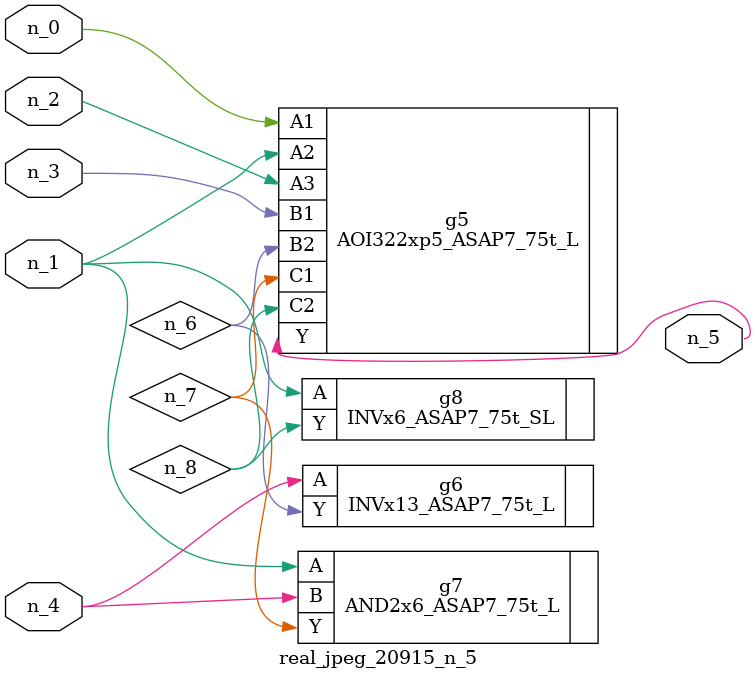
<source format=v>
module real_jpeg_20915_n_5 (n_4, n_0, n_1, n_2, n_3, n_5);

input n_4;
input n_0;
input n_1;
input n_2;
input n_3;

output n_5;

wire n_8;
wire n_6;
wire n_7;

AOI322xp5_ASAP7_75t_L g5 ( 
.A1(n_0),
.A2(n_1),
.A3(n_2),
.B1(n_3),
.B2(n_6),
.C1(n_7),
.C2(n_8),
.Y(n_5)
);

AND2x6_ASAP7_75t_L g7 ( 
.A(n_1),
.B(n_4),
.Y(n_7)
);

INVx6_ASAP7_75t_SL g8 ( 
.A(n_1),
.Y(n_8)
);

INVx13_ASAP7_75t_L g6 ( 
.A(n_4),
.Y(n_6)
);


endmodule
</source>
